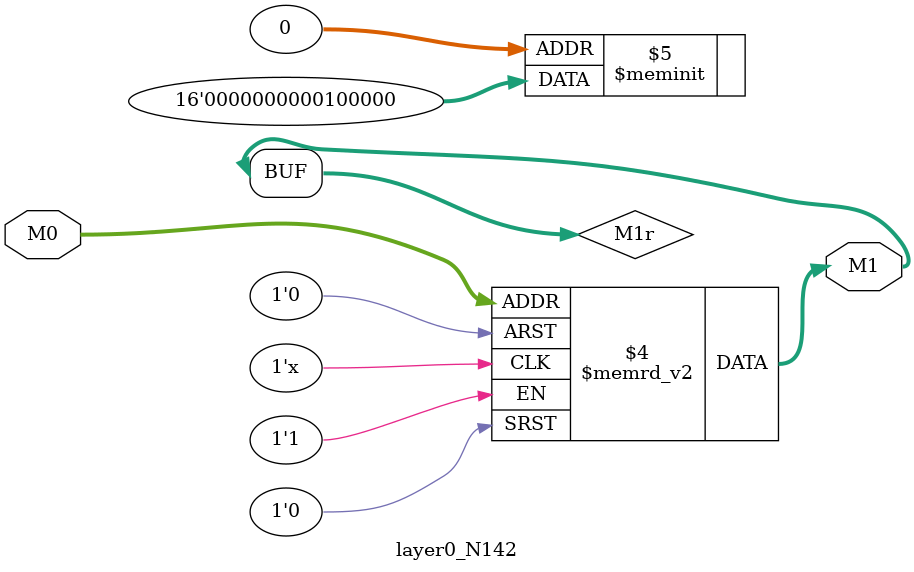
<source format=v>
module layer0_N142 ( input [2:0] M0, output [1:0] M1 );

	(*rom_style = "distributed" *) reg [1:0] M1r;
	assign M1 = M1r;
	always @ (M0) begin
		case (M0)
			3'b000: M1r = 2'b00;
			3'b100: M1r = 2'b00;
			3'b010: M1r = 2'b10;
			3'b110: M1r = 2'b00;
			3'b001: M1r = 2'b00;
			3'b101: M1r = 2'b00;
			3'b011: M1r = 2'b00;
			3'b111: M1r = 2'b00;

		endcase
	end
endmodule

</source>
